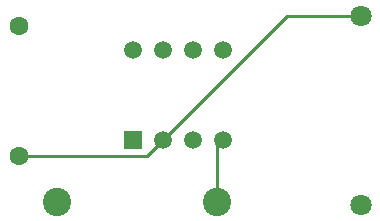
<source format=gbl>
G04 Layer: BottomLayer*
G04 EasyEDA v6.5.39, 2023-12-18 19:06:56*
G04 b3e2410d46ed40f7919fa36850a0afc5,10*
G04 Gerber Generator version 0.2*
G04 Scale: 100 percent, Rotated: No, Reflected: No *
G04 Dimensions in millimeters *
G04 leading zeros omitted , absolute positions ,4 integer and 5 decimal *
%FSLAX45Y45*%
%MOMM*%

%ADD10C,0.2540*%
%ADD11C,2.4000*%
%ADD12C,1.8000*%
%ADD13R,1.5000X1.5000*%
%ADD14C,1.5000*%
%ADD15C,1.6000*%

%LPD*%
D10*
X2298702Y2578100D02*
G01*
X3352700Y3632098D01*
X3975102Y3632098D01*
X1079502Y2447213D02*
G01*
X2167816Y2447213D01*
X2298702Y2578100D01*
X2806702Y2578100D02*
G01*
X2762811Y2534208D01*
X2762811Y2057400D01*
D11*
G01*
X1402791Y2057400D03*
G01*
X2762808Y2057400D03*
D12*
G01*
X3975100Y3632098D03*
G01*
X3975100Y2032101D03*
D13*
G01*
X2044700Y2578100D03*
D14*
G01*
X2298700Y2578100D03*
G01*
X2552700Y2578100D03*
G01*
X2806700Y2578100D03*
G01*
X2044700Y3340100D03*
G01*
X2298700Y3340100D03*
G01*
X2552700Y3340100D03*
G01*
X2806700Y3340100D03*
D15*
G01*
X1079500Y2447201D03*
G01*
X1079500Y3547198D03*
M02*

</source>
